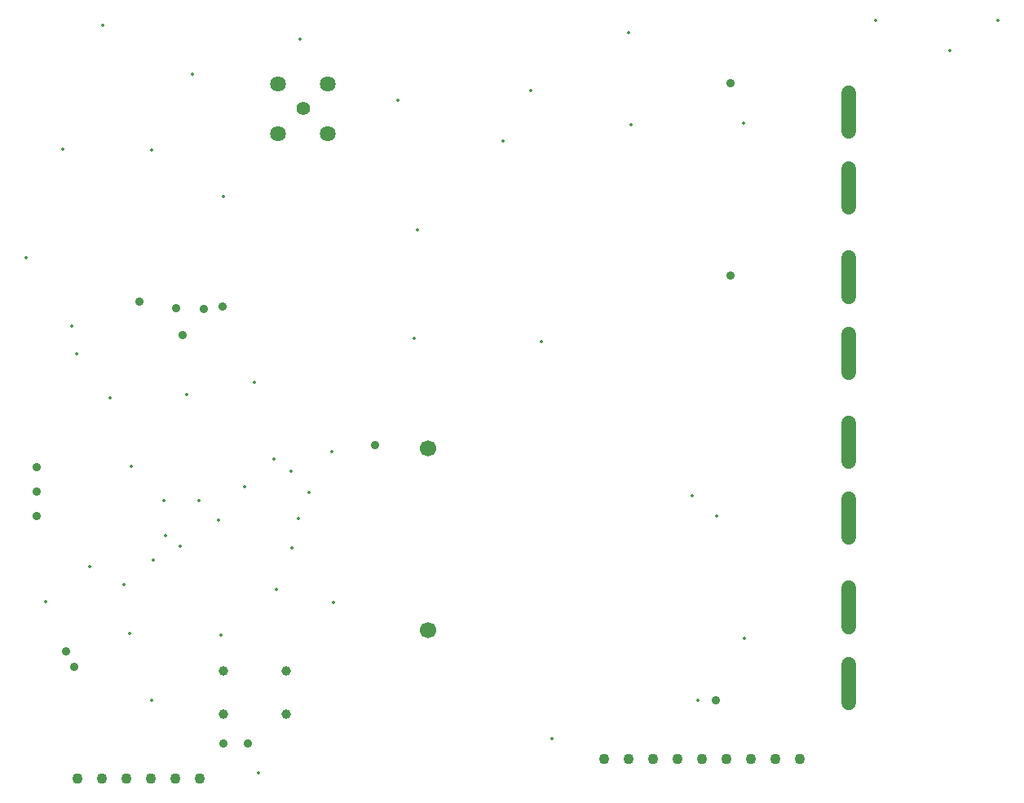
<source format=gbr>
%TF.GenerationSoftware,Novarm,DipTrace,3.3.1.1*%
%TF.CreationDate,2019-02-09T17:58:58-08:00*%
%FSLAX26Y26*%
%MOIN*%
%TF.FileFunction,Plated,1,2,PTH,Drill*%
%TF.Part,Single*%
%TA.AperFunction,ComponentDrill*%
%ADD20C,0.03937*%
%ADD62C,0.059055*%
%TA.AperFunction,ViaDrill*%
%ADD64C,0.01378*%
%TA.AperFunction,ComponentDrill*%
%ADD67C,0.064173*%
%ADD68C,0.055118*%
%ADD69C,0.066929*%
%ADD70C,0.035433*%
%ADD71C,0.035*%
%ADD72C,0.043307*%
%ADD73C,0.042992*%
G75*
G01*
D67*
X1566501Y3137749D3*
X1769257D3*
Y3340505D3*
X1566501D3*
D68*
X1667879Y3239127D3*
D69*
X2178999Y1850249D3*
Y1108517D3*
D70*
X578992Y1575106D3*
Y1675106D3*
Y1775106D3*
D71*
X3416194Y3343671D3*
Y2556269D3*
X3897661Y2471829D2*
D62*
Y2629310D1*
Y2160806D2*
Y2318286D1*
X3897749Y1121723D2*
Y1279203D1*
Y810699D2*
Y968180D1*
Y3146509D2*
Y3303990D1*
Y2835486D2*
Y2992966D1*
Y1796652D2*
Y1954133D1*
Y1485629D2*
Y1643109D1*
D70*
X1341500Y643999D3*
X1441500D3*
D72*
X744000Y500249D3*
X844000D3*
X944000D3*
X1044000D3*
X1144000D3*
X1244000D3*
D20*
X1597751Y762749D3*
Y939915D3*
X1341845D3*
Y762749D3*
D73*
X2897749Y581499D3*
X2997749D3*
X3097749D3*
X3197749D3*
X3297749D3*
X3397749D3*
X3497749D3*
X3597749D3*
X3697749D3*
D64*
X2122751Y2300249D3*
X3470235Y3180220D3*
X3360251Y1575251D3*
X1647749Y1562751D3*
X1622749Y1443999D3*
X1191499Y2068999D3*
X1550249Y1806500D3*
X966652Y1777646D3*
X935251Y1294000D3*
X1050249Y819000D3*
X1103999Y1493999D3*
X1166499Y1450249D3*
X1054000Y1394000D3*
X616488Y1225142D3*
X1791499Y1218999D3*
X1560251Y1275251D3*
X1322664Y1556358D3*
X741476Y2237535D3*
X1097749Y1637751D3*
X1469000Y2119000D3*
X1331501Y1087749D3*
X793730Y1368167D3*
X1341412Y2881218D3*
X2685249Y662751D3*
X960203Y1093906D3*
X1213681Y3380711D3*
X3281500Y819000D3*
X3260249Y1656500D3*
X3472751Y1075249D3*
X878962Y2056304D3*
X1241499Y1637751D3*
X722728Y2350024D3*
X1428999Y1694000D3*
X1047693Y3068699D3*
X1785251Y1837751D3*
X2053837Y3274927D3*
X1619000Y1756500D3*
X1691500Y1669000D3*
X1485126Y525226D3*
X685232Y3074949D3*
X535247Y2631244D3*
X847751Y3581500D3*
X2485251Y3106499D3*
X2135251Y2743999D3*
X1654000Y3525251D3*
X3010249Y3175251D3*
X2597749Y3312749D3*
X2997749Y3550249D3*
X2641276Y2287532D3*
X4010251Y3600249D3*
X4310605Y3475570D3*
X4510249Y3600249D3*
D70*
X1962749Y1862749D3*
X700249Y1019000D3*
X731500Y956500D3*
X1000249Y2450249D3*
X1175249Y2312749D3*
X1150249Y2425249D3*
X1262749Y2419000D3*
X1337749Y2431500D3*
X3356500Y819000D3*
M02*

</source>
